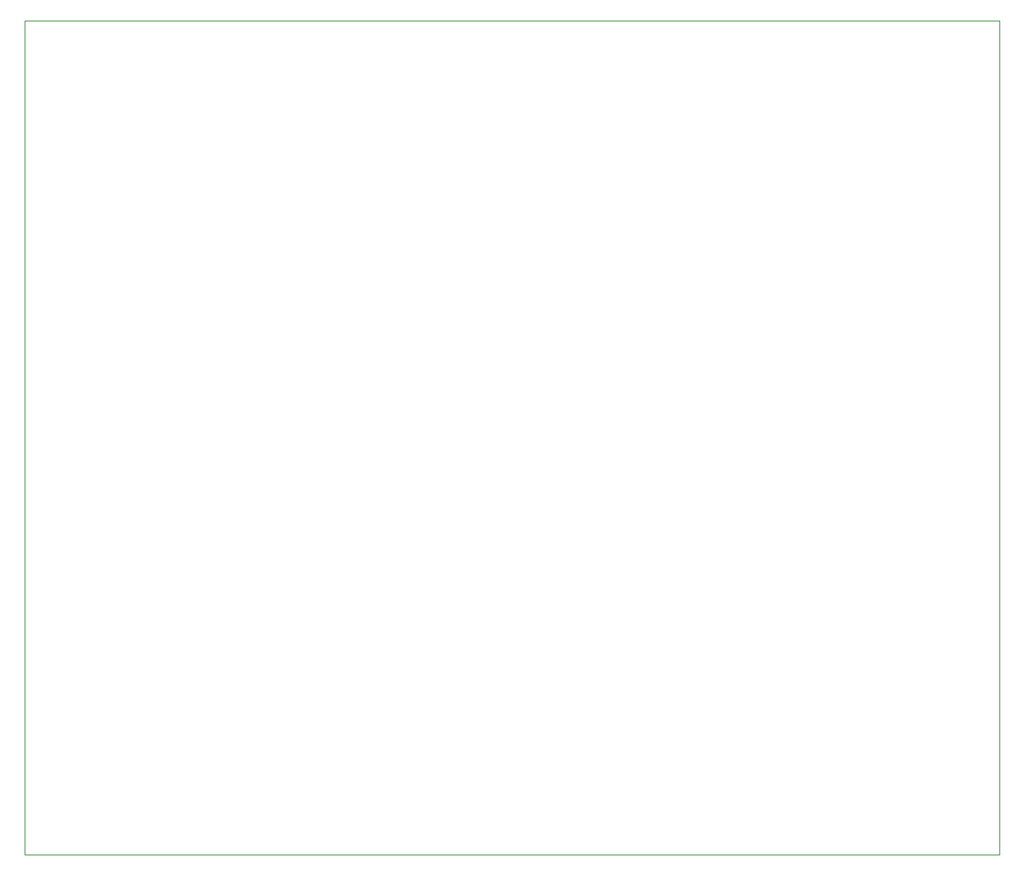
<source format=gm1>
G04 #@! TF.GenerationSoftware,KiCad,Pcbnew,8.0.5*
G04 #@! TF.CreationDate,2024-11-14T17:14:10-08:00*
G04 #@! TF.ProjectId,Predator-Bot-V1,50726564-6174-46f7-922d-426f742d5631,0.01*
G04 #@! TF.SameCoordinates,Original*
G04 #@! TF.FileFunction,Profile,NP*
%FSLAX46Y46*%
G04 Gerber Fmt 4.6, Leading zero omitted, Abs format (unit mm)*
G04 Created by KiCad (PCBNEW 8.0.5) date 2024-11-14 17:14:10*
%MOMM*%
%LPD*%
G01*
G04 APERTURE LIST*
G04 #@! TA.AperFunction,Profile*
%ADD10C,0.050000*%
G04 #@! TD*
G04 APERTURE END LIST*
D10*
X93000000Y-54500000D02*
X197000000Y-54500000D01*
X197000000Y-143500000D01*
X93000000Y-143500000D01*
X93000000Y-54500000D01*
M02*

</source>
